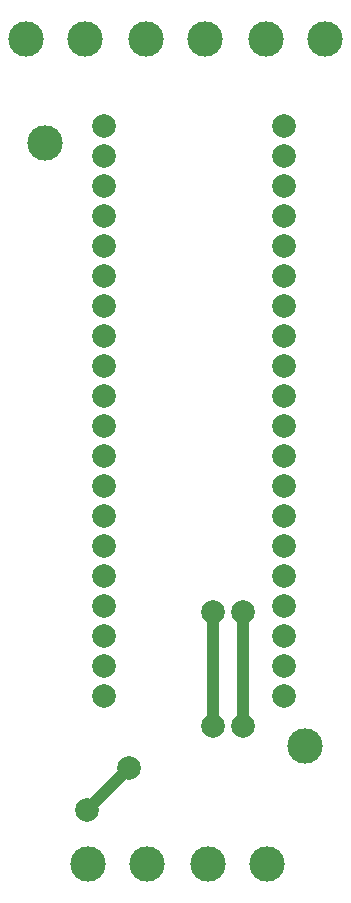
<source format=gbr>
%TF.GenerationSoftware,KiCad,Pcbnew,(5.1.6)-1*%
%TF.CreationDate,2020-06-28T19:49:48+04:00*%
%TF.ProjectId,SmartHousePowerUARTRouter,536d6172-7448-46f7-9573-65506f776572,rev?*%
%TF.SameCoordinates,Original*%
%TF.FileFunction,Copper,L2,Bot*%
%TF.FilePolarity,Positive*%
%FSLAX46Y46*%
G04 Gerber Fmt 4.6, Leading zero omitted, Abs format (unit mm)*
G04 Created by KiCad (PCBNEW (5.1.6)-1) date 2020-06-28 19:49:48*
%MOMM*%
%LPD*%
G01*
G04 APERTURE LIST*
%TA.AperFunction,ComponentPad*%
%ADD10C,2.000000*%
%TD*%
%TA.AperFunction,ComponentPad*%
%ADD11C,3.000000*%
%TD*%
%TA.AperFunction,ViaPad*%
%ADD12C,2.000000*%
%TD*%
%TA.AperFunction,Conductor*%
%ADD13C,1.000000*%
%TD*%
G04 APERTURE END LIST*
D10*
%TO.P,STM32_BLUEPILL1,1*%
%TO.N,Net-(STM32_BLUEPILL1-Pad1)*%
X273200000Y-112820000D03*
%TO.P,STM32_BLUEPILL1,2*%
%TO.N,Net-(P3-Pad2)*%
X273200000Y-110280000D03*
%TO.P,STM32_BLUEPILL1,3*%
%TO.N,Net-(P3-Pad1)*%
X273200000Y-107740000D03*
%TO.P,STM32_BLUEPILL1,4*%
%TO.N,Net-(STM32_BLUEPILL1-Pad4)*%
X273200000Y-105200000D03*
%TO.P,STM32_BLUEPILL1,5*%
%TO.N,Net-(STM32_BLUEPILL1-Pad5)*%
X273200000Y-102660000D03*
%TO.P,STM32_BLUEPILL1,6*%
%TO.N,Net-(STM32_BLUEPILL1-Pad6)*%
X273200000Y-100120000D03*
%TO.P,STM32_BLUEPILL1,7*%
%TO.N,Net-(STM32_BLUEPILL1-Pad7)*%
X273200000Y-97580000D03*
%TO.P,STM32_BLUEPILL1,8*%
%TO.N,Net-(STM32_BLUEPILL1-Pad8)*%
X273200000Y-95040000D03*
%TO.P,STM32_BLUEPILL1,9*%
%TO.N,Net-(STM32_BLUEPILL1-Pad9)*%
X273200000Y-92500000D03*
%TO.P,STM32_BLUEPILL1,10*%
%TO.N,Net-(STM32_BLUEPILL1-Pad10)*%
X273200000Y-89960000D03*
%TO.P,STM32_BLUEPILL1,11*%
%TO.N,Net-(STM32_BLUEPILL1-Pad11)*%
X273200000Y-87420000D03*
%TO.P,STM32_BLUEPILL1,12*%
%TO.N,Net-(STM32_BLUEPILL1-Pad12)*%
X273200000Y-84880000D03*
%TO.P,STM32_BLUEPILL1,13*%
%TO.N,Net-(STM32_BLUEPILL1-Pad13)*%
X273200000Y-82340000D03*
%TO.P,STM32_BLUEPILL1,14*%
%TO.N,Net-(P5-Pad1)*%
X273200000Y-79800000D03*
%TO.P,STM32_BLUEPILL1,15*%
%TO.N,Net-(P5-Pad2)*%
X273200000Y-77260000D03*
%TO.P,STM32_BLUEPILL1,16*%
%TO.N,Net-(STM32_BLUEPILL1-Pad16)*%
X273200000Y-74720000D03*
%TO.P,STM32_BLUEPILL1,17*%
%TO.N,Net-(STM32_BLUEPILL1-Pad17)*%
X273200000Y-72180000D03*
%TO.P,STM32_BLUEPILL1,18*%
%TO.N,Net-(STM32_BLUEPILL1-Pad18)*%
X273200000Y-69640000D03*
%TO.P,STM32_BLUEPILL1,19*%
%TO.N,Net-(STM32_BLUEPILL1-Pad19)*%
X273200000Y-67100000D03*
%TO.P,STM32_BLUEPILL1,20*%
%TO.N,Net-(STM32_BLUEPILL1-Pad20)*%
X273200000Y-64560000D03*
%TO.P,STM32_BLUEPILL1,21*%
%TO.N,Net-(STM32_BLUEPILL1-Pad21)*%
X257960000Y-112820000D03*
%TO.P,STM32_BLUEPILL1,22*%
%TO.N,Net-(STM32_BLUEPILL1-Pad22)*%
X257960000Y-110280000D03*
%TO.P,STM32_BLUEPILL1,23*%
%TO.N,Net-(STM32_BLUEPILL1-Pad23)*%
X257960000Y-107740000D03*
%TO.P,STM32_BLUEPILL1,24*%
%TO.N,Net-(STM32_BLUEPILL1-Pad24)*%
X257960000Y-105200000D03*
%TO.P,STM32_BLUEPILL1,25*%
%TO.N,Net-(STM32_BLUEPILL1-Pad25)*%
X257960000Y-102660000D03*
%TO.P,STM32_BLUEPILL1,26*%
%TO.N,Net-(STM32_BLUEPILL1-Pad26)*%
X257960000Y-100120000D03*
%TO.P,STM32_BLUEPILL1,27*%
%TO.N,Net-(P1-Pad2)*%
X257960000Y-97580000D03*
%TO.P,STM32_BLUEPILL1,28*%
%TO.N,Net-(P1-Pad1)*%
X257960000Y-95040000D03*
%TO.P,STM32_BLUEPILL1,29*%
%TO.N,Net-(STM32_BLUEPILL1-Pad29)*%
X257960000Y-92500000D03*
%TO.P,STM32_BLUEPILL1,30*%
%TO.N,Net-(STM32_BLUEPILL1-Pad30)*%
X257960000Y-89960000D03*
%TO.P,STM32_BLUEPILL1,31*%
%TO.N,Net-(STM32_BLUEPILL1-Pad31)*%
X257960000Y-87420000D03*
%TO.P,STM32_BLUEPILL1,32*%
%TO.N,Net-(STM32_BLUEPILL1-Pad32)*%
X257960000Y-84880000D03*
%TO.P,STM32_BLUEPILL1,33*%
%TO.N,Net-(STM32_BLUEPILL1-Pad33)*%
X257960000Y-82340000D03*
%TO.P,STM32_BLUEPILL1,34*%
%TO.N,Net-(STM32_BLUEPILL1-Pad34)*%
X257960000Y-79800000D03*
%TO.P,STM32_BLUEPILL1,35*%
%TO.N,Net-(P2-Pad2)*%
X257960000Y-77260000D03*
%TO.P,STM32_BLUEPILL1,36*%
%TO.N,Net-(P2-Pad1)*%
X257960000Y-74720000D03*
%TO.P,STM32_BLUEPILL1,37*%
%TO.N,Net-(STM32_BLUEPILL1-Pad37)*%
X257960000Y-72180000D03*
%TO.P,STM32_BLUEPILL1,38*%
%TO.N,Net-(STM32_BLUEPILL1-Pad38)*%
X257960000Y-69640000D03*
%TO.P,STM32_BLUEPILL1,39*%
%TO.N,Net-(STM32_BLUEPILL1-Pad39)*%
X257960000Y-67100000D03*
%TO.P,STM32_BLUEPILL1,40*%
%TO.N,Net-(STM32_BLUEPILL1-Pad40)*%
X257960000Y-64560000D03*
%TD*%
D11*
%TO.P,REF\u002A\u002A,1*%
%TO.N,N/C*%
X253000000Y-66000000D03*
%TD*%
%TO.P,REF\u002A\u002A,1*%
%TO.N,N/C*%
X275000000Y-117000000D03*
%TD*%
%TO.P,P1,1*%
%TO.N,Net-(P1-Pad1)*%
X261533000Y-57150000D03*
%TO.P,P1,2*%
%TO.N,Net-(P1-Pad2)*%
X266533000Y-57150000D03*
%TD*%
%TO.P,P2,1*%
%TO.N,Net-(P2-Pad1)*%
X251373000Y-57150000D03*
%TO.P,P2,2*%
%TO.N,Net-(P2-Pad2)*%
X256373000Y-57150000D03*
%TD*%
%TO.P,P3,1*%
%TO.N,Net-(P3-Pad1)*%
X276693000Y-57150000D03*
%TO.P,P3,2*%
%TO.N,Net-(P3-Pad2)*%
X271693000Y-57150000D03*
%TD*%
%TO.P,P4,1*%
%TO.N,Net-(P3-Pad1)*%
X261580000Y-127000000D03*
%TO.P,P4,2*%
%TO.N,Net-(P3-Pad2)*%
X256580000Y-127000000D03*
%TD*%
%TO.P,P5,1*%
%TO.N,Net-(P5-Pad1)*%
X271740000Y-127000000D03*
%TO.P,P5,2*%
%TO.N,Net-(P5-Pad2)*%
X266740000Y-127000000D03*
%TD*%
D12*
%TO.N,Net-(P3-Pad2)*%
X260096000Y-118872000D03*
X256540000Y-122428000D03*
%TO.N,Net-(P5-Pad1)*%
X269748000Y-115316000D03*
X269748000Y-105664000D03*
%TO.N,Net-(P5-Pad2)*%
X267208000Y-115316000D03*
X267208000Y-105664000D03*
%TD*%
D13*
%TO.N,Net-(P3-Pad2)*%
X256540000Y-122428000D02*
X260096000Y-118872000D01*
%TO.N,Net-(P5-Pad1)*%
X269748000Y-115316000D02*
X269748000Y-105664000D01*
%TO.N,Net-(P5-Pad2)*%
X267208000Y-105664000D02*
X267208000Y-115316000D01*
%TD*%
M02*

</source>
